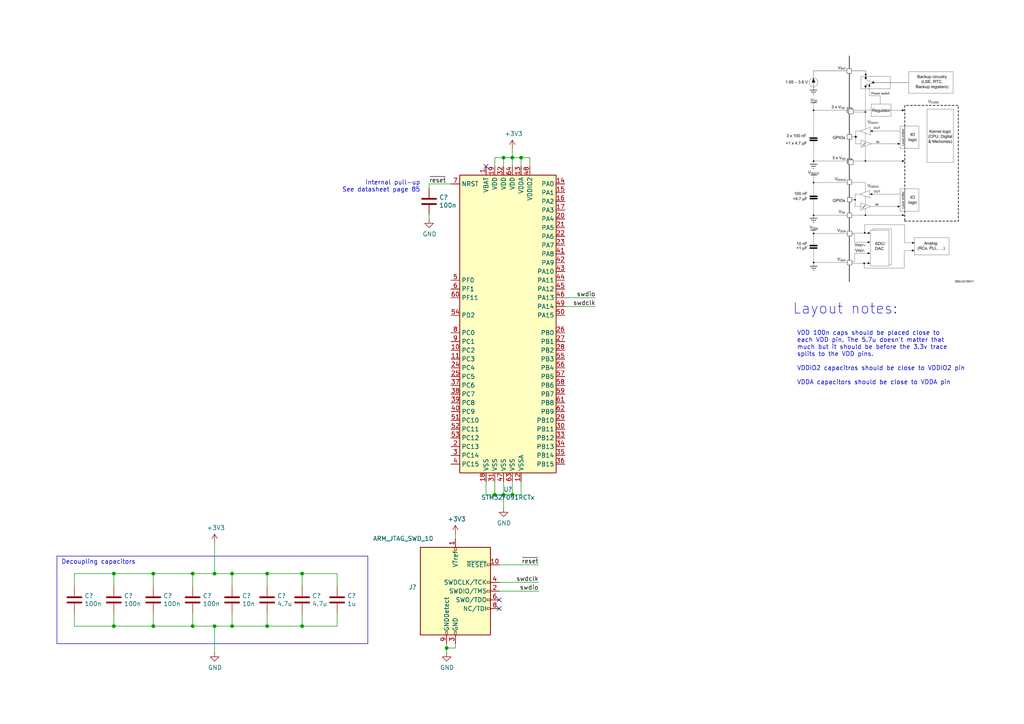
<source format=kicad_sch>
(kicad_sch (version 20230121) (generator eeschema)
  (paper "A4")
  (lib_symbols
    (symbol "Device:C" (pin_numbers hide) (pin_names (offset 0.254))
      (property "Reference" "C" (at 0.635 2.54 0))
      (property "Value" "C" (at 0.635 -2.54 0))
      (symbol "C_0_1"
        (polyline (pts (xy -2.032 -0.762) (xy 2.032 -0.762)) (stroke (width 0.508)))
        (polyline (pts (xy -2.032 0.762) (xy 2.032 0.762)) (stroke (width 0.508)))
      )
      (symbol "C_1_1"
        (pin passive line (at 0 3.81 270) (length 2.794) (name "~") (number "1"))
        (pin passive line (at 0 -3.81 90) (length 2.794) (name "~") (number "2"))
      )
    )
    (symbol "KTHFS:ARM_JTAG_SWD_10" (pin_names (offset 1.016))
      (property "Reference" "J" (at 0 0 0))
      (property "Value" "ARM_JTAG_SWD_10" (at 0 0 0))
      (symbol "ARM_JTAG_SWD_10_1_1"
        (rectangle (start -10.16 13.97) (end 10.16 -11.43) (stroke (width 0.254)) (fill (type background)))
        (rectangle (start -2.794 -11.43) (end -2.286 -10.414))
        (rectangle (start -0.254 -11.43) (end 0.254 -10.414))
        (rectangle (start -0.254 13.97) (end 0.254 12.954))
        (rectangle (start 9.144 -4.064) (end 10.16 -3.556))
        (rectangle (start 9.144 3.556) (end 10.16 4.064))
        (rectangle (start 10.16 -1.524) (end 9.144 -1.016))
        (rectangle (start 10.16 1.016) (end 9.144 1.524))
        (rectangle (start 10.16 9.144) (end 9.144 8.636))
        (pin power_in line (at 0 16.51 270) (length 2.54) (name "VTref") (number "1"))
        (pin open_collector line (at 12.7 8.89 180) (length 2.54) (name "~{RESET}") (number "10"))
        (pin bidirectional line (at 12.7 1.27 180) (length 2.54) (name "SWDIO/TMS") (number "2"))
        (pin power_in line (at 0 -13.97 90) (length 2.54) (name "GND") (number "3"))
        (pin output line (at 12.7 3.81 180) (length 2.54) (name "SWDCLK/TCK") (number "4"))
        (pin passive line (at 0 -13.97 90) (length 2.54) hide (name "GND") (number "5"))
        (pin input line (at 12.7 -1.27 180) (length 2.54) (name "SWO/TDO") (number "6"))
        (pin no_connect line (at -10.16 1.27 0) (length 2.54) hide (name "KEY") (number "7"))
        (pin output line (at 12.7 -3.81 180) (length 2.54) (name "NC/TDI") (number "8"))
        (pin passive line (at -2.54 -13.97 90) (length 2.54) (name "GNDDetect") (number "9"))
      )
    )
    (symbol "blocks-rescue:+3.3V-power" (power) (pin_names (offset 0))
      (property "Value" "+3.3V-power" (at 0 3.556 0))
      (symbol "+3.3V-power_0_1"
        (polyline (pts (xy -0.762 1.27) (xy 0 2.54)))
        (polyline (pts (xy 0 0) (xy 0 2.54)))
        (polyline (pts (xy 0 2.54) (xy 0.762 1.27)))
      )
      (symbol "+3.3V-power_1_1"
        (pin power_in line (at 0 0 90) (length 0) hide (name "+3V3") (number "1"))
      )
    )
    (symbol "blocks-rescue:STM32F091RCTx-MCU_ST_STM32F0"
      (property "Reference" "U" (at -15.24 44.45 0))
      (property "Value" "MCU_ST_STM32F0_STM32F091RCTx" (at 7.62 44.45 0))
      (symbol "STM32F091RCTx-MCU_ST_STM32F0_0_1"
        (rectangle (start -15.24 -43.18) (end 12.7 43.18) (stroke (width 0.254)) (fill (type background)))
      )
      (symbol "STM32F091RCTx-MCU_ST_STM32F0_1_1"
        (pin power_in line (at -7.62 45.72 270) (length 2.54) (name "VBAT") (number "1"))
        (pin bidirectional line (at -17.78 -7.62 0) (length 2.54) (name "PC2") (number "10"))
        (pin bidirectional line (at -17.78 -10.16 0) (length 2.54) (name "PC3") (number "11"))
        (pin power_in line (at 2.54 -45.72 90) (length 2.54) (name "VSSA") (number "12"))
        (pin power_in line (at 2.54 45.72 270) (length 2.54) (name "VDDA") (number "13"))
        (pin bidirectional line (at 15.24 40.64 180) (length 2.54) (name "PA0") (number "14"))
        (pin bidirectional line (at 15.24 38.1 180) (length 2.54) (name "PA1") (number "15"))
        (pin bidirectional line (at 15.24 35.56 180) (length 2.54) (name "PA2") (number "16"))
        (pin bidirectional line (at 15.24 33.02 180) (length 2.54) (name "PA3") (number "17"))
        (pin power_in line (at -7.62 -45.72 90) (length 2.54) (name "VSS") (number "18"))
        (pin power_in line (at -5.08 45.72 270) (length 2.54) (name "VDD") (number "19"))
        (pin bidirectional line (at -17.78 -35.56 0) (length 2.54) (name "PC13") (number "2"))
        (pin bidirectional line (at 15.24 30.48 180) (length 2.54) (name "PA4") (number "20"))
        (pin bidirectional line (at 15.24 27.94 180) (length 2.54) (name "PA5") (number "21"))
        (pin bidirectional line (at 15.24 25.4 180) (length 2.54) (name "PA6") (number "22"))
        (pin bidirectional line (at 15.24 22.86 180) (length 2.54) (name "PA7") (number "23"))
        (pin bidirectional line (at -17.78 -12.7 0) (length 2.54) (name "PC4") (number "24"))
        (pin bidirectional line (at -17.78 -15.24 0) (length 2.54) (name "PC5") (number "25"))
        (pin bidirectional line (at 15.24 -2.54 180) (length 2.54) (name "PB0") (number "26"))
        (pin bidirectional line (at 15.24 -5.08 180) (length 2.54) (name "PB1") (number "27"))
        (pin bidirectional line (at 15.24 -7.62 180) (length 2.54) (name "PB2") (number "28"))
        (pin bidirectional line (at 15.24 -27.94 180) (length 2.54) (name "PB10") (number "29"))
        (pin bidirectional line (at -17.78 -38.1 0) (length 2.54) (name "PC14") (number "3"))
        (pin bidirectional line (at 15.24 -30.48 180) (length 2.54) (name "PB11") (number "30"))
        (pin power_in line (at -5.08 -45.72 90) (length 2.54) (name "VSS") (number "31"))
        (pin power_in line (at -2.54 45.72 270) (length 2.54) (name "VDD") (number "32"))
        (pin bidirectional line (at 15.24 -33.02 180) (length 2.54) (name "PB12") (number "33"))
        (pin bidirectional line (at 15.24 -35.56 180) (length 2.54) (name "PB13") (number "34"))
        (pin bidirectional line (at 15.24 -38.1 180) (length 2.54) (name "PB14") (number "35"))
        (pin bidirectional line (at 15.24 -40.64 180) (length 2.54) (name "PB15") (number "36"))
        (pin bidirectional line (at -17.78 -17.78 0) (length 2.54) (name "PC6") (number "37"))
        (pin bidirectional line (at -17.78 -20.32 0) (length 2.54) (name "PC7") (number "38"))
        (pin bidirectional line (at -17.78 -22.86 0) (length 2.54) (name "PC8") (number "39"))
        (pin bidirectional line (at -17.78 -40.64 0) (length 2.54) (name "PC15") (number "4"))
        (pin bidirectional line (at -17.78 -25.4 0) (length 2.54) (name "PC9") (number "40"))
        (pin bidirectional line (at 15.24 20.32 180) (length 2.54) (name "PA8") (number "41"))
        (pin bidirectional line (at 15.24 17.78 180) (length 2.54) (name "PA9") (number "42"))
        (pin bidirectional line (at 15.24 15.24 180) (length 2.54) (name "PA10") (number "43"))
        (pin bidirectional line (at 15.24 12.7 180) (length 2.54) (name "PA11") (number "44"))
        (pin bidirectional line (at 15.24 10.16 180) (length 2.54) (name "PA12") (number "45"))
        (pin bidirectional line (at 15.24 7.62 180) (length 2.54) (name "PA13") (number "46"))
        (pin power_in line (at -2.54 -45.72 90) (length 2.54) (name "VSS") (number "47"))
        (pin power_in line (at 5.08 45.72 270) (length 2.54) (name "VDDIO2") (number "48"))
        (pin bidirectional line (at 15.24 5.08 180) (length 2.54) (name "PA14") (number "49"))
        (pin input line (at -17.78 12.7 0) (length 2.54) (name "PF0") (number "5"))
        (pin bidirectional line (at 15.24 2.54 180) (length 2.54) (name "PA15") (number "50"))
        (pin bidirectional line (at -17.78 -27.94 0) (length 2.54) (name "PC10") (number "51"))
        (pin bidirectional line (at -17.78 -30.48 0) (length 2.54) (name "PC11") (number "52"))
        (pin bidirectional line (at -17.78 -33.02 0) (length 2.54) (name "PC12") (number "53"))
        (pin bidirectional line (at -17.78 2.54 0) (length 2.54) (name "PD2") (number "54"))
        (pin bidirectional line (at 15.24 -10.16 180) (length 2.54) (name "PB3") (number "55"))
        (pin bidirectional line (at 15.24 -12.7 180) (length 2.54) (name "PB4") (number "56"))
        (pin bidirectional line (at 15.24 -15.24 180) (length 2.54) (name "PB5") (number "57"))
        (pin bidirectional line (at 15.24 -17.78 180) (length 2.54) (name "PB6") (number "58"))
        (pin bidirectional line (at 15.24 -20.32 180) (length 2.54) (name "PB7") (number "59"))
        (pin input line (at -17.78 10.16 0) (length 2.54) (name "PF1") (number "6"))
        (pin bidirectional line (at -17.78 7.62 0) (length 2.54) (name "PF11") (number "60"))
        (pin bidirectional line (at 15.24 -22.86 180) (length 2.54) (name "PB8") (number "61"))
        (pin bidirectional line (at 15.24 -25.4 180) (length 2.54) (name "PB9") (number "62"))
        (pin power_in line (at 0 -45.72 90) (length 2.54) (name "VSS") (number "63"))
        (pin power_in line (at 0 45.72 270) (length 2.54) (name "VDD") (number "64"))
        (pin input line (at -17.78 40.64 0) (length 2.54) (name "NRST") (number "7"))
        (pin bidirectional line (at -17.78 -2.54 0) (length 2.54) (name "PC0") (number "8"))
        (pin bidirectional line (at -17.78 -5.08 0) (length 2.54) (name "PC1") (number "9"))
      )
    )
    (symbol "power:GND" (power) (pin_names (offset 0))
      (property "Value" "GND" (at 0 -3.81 0))
      (symbol "GND_0_1"
        (polyline (pts (xy 0 0) (xy 0 -1.27) (xy 1.27 -1.27) (xy 0 -2.54) (xy -1.27 -1.27) (xy 0 -1.27)))
      )
      (symbol "GND_1_1"
        (pin power_in line (at 0 0 270) (length 0) hide (name "GND") (number "1"))
      )
    )
  )
  (junction (at 151.13 45.72))
  (junction (at 62.23 181.61))
  (junction (at 55.88 166.37))
  (junction (at 44.45 166.37))
  (junction (at 143.51 143.51))
  (junction (at 148.59 143.51))
  (junction (at 77.47 181.61))
  (junction (at 77.47 166.37))
  (junction (at 44.45 181.61))
  (junction (at 129.54 187.96))
  (junction (at 87.63 181.61))
  (junction (at 146.05 143.51))
  (junction (at 62.23 166.37))
  (junction (at 33.02 181.61))
  (junction (at 87.63 166.37))
  (junction (at 67.31 166.37))
  (junction (at 146.05 45.72))
  (junction (at 67.31 181.61))
  (junction (at 148.59 45.72))
  (junction (at 33.02 166.37))
  (junction (at 55.88 181.61))
  (no_connect (at 140.97 48.26))
  (no_connect (at 144.78 173.99))
  (no_connect (at 144.78 176.53))
  (wire (pts (xy 146.05 48.26) (xy 146.05 45.72)))
  (wire (pts (xy 67.31 181.61) (xy 77.47 181.61)))
  (wire (pts (xy 144.78 163.83) (xy 156.21 163.83)))
  (wire (pts (xy 55.88 170.18) (xy 55.88 166.37)))
  (wire (pts (xy 33.02 181.61) (xy 44.45 181.61)))
  (polyline (pts (xy 16.51 161.29) (xy 106.68 161.29)))
  (wire (pts (xy 77.47 170.18) (xy 77.47 166.37)))
  (wire (pts (xy 148.59 43.18) (xy 148.59 45.72)))
  (wire (pts (xy 97.79 181.61) (xy 97.79 177.8)))
  (wire (pts (xy 97.79 166.37) (xy 97.79 170.18)))
  (wire (pts (xy 140.97 143.51) (xy 143.51 143.51)))
  (wire (pts (xy 67.31 166.37) (xy 67.31 170.18)))
  (wire (pts (xy 143.51 45.72) (xy 146.05 45.72)))
  (wire (pts (xy 55.88 181.61) (xy 62.23 181.61)))
  (wire (pts (xy 143.51 143.51) (xy 146.05 143.51)))
  (wire (pts (xy 44.45 177.8) (xy 44.45 181.61)))
  (wire (pts (xy 87.63 181.61) (xy 97.79 181.61)))
  (wire (pts (xy 144.78 168.91) (xy 156.21 168.91)))
  (wire (pts (xy 146.05 147.32) (xy 146.05 143.51)))
  (wire (pts (xy 21.59 181.61) (xy 33.02 181.61)))
  (wire (pts (xy 44.45 170.18) (xy 44.45 166.37)))
  (wire (pts (xy 55.88 177.8) (xy 55.88 181.61)))
  (wire (pts (xy 21.59 170.18) (xy 21.59 166.37)))
  (wire (pts (xy 146.05 143.51) (xy 146.05 139.7)))
  (wire (pts (xy 33.02 170.18) (xy 33.02 166.37)))
  (wire (pts (xy 124.46 53.34) (xy 124.46 54.61)))
  (wire (pts (xy 21.59 166.37) (xy 33.02 166.37)))
  (wire (pts (xy 62.23 157.48) (xy 62.23 166.37)))
  (polyline (pts (xy 106.68 186.69) (xy 16.51 186.69)))
  (wire (pts (xy 33.02 177.8) (xy 33.02 181.61)))
  (wire (pts (xy 129.54 187.96) (xy 129.54 186.69)))
  (wire (pts (xy 172.72 88.9) (xy 163.83 88.9)))
  (wire (pts (xy 67.31 166.37) (xy 77.47 166.37)))
  (wire (pts (xy 77.47 177.8) (xy 77.47 181.61)))
  (wire (pts (xy 151.13 48.26) (xy 151.13 45.72)))
  (wire (pts (xy 62.23 181.61) (xy 67.31 181.61)))
  (polyline (pts (xy 16.51 186.69) (xy 16.51 161.29)))
  (wire (pts (xy 55.88 166.37) (xy 62.23 166.37)))
  (wire (pts (xy 129.54 189.23) (xy 129.54 187.96)))
  (wire (pts (xy 132.08 156.21) (xy 132.08 154.94)))
  (wire (pts (xy 33.02 166.37) (xy 44.45 166.37)))
  (polyline (pts (xy 106.68 161.29) (xy 106.68 186.69)))
  (wire (pts (xy 151.13 45.72) (xy 153.67 45.72)))
  (wire (pts (xy 163.83 86.36) (xy 172.72 86.36)))
  (wire (pts (xy 129.54 187.96) (xy 132.08 187.96)))
  (wire (pts (xy 87.63 166.37) (xy 97.79 166.37)))
  (wire (pts (xy 146.05 45.72) (xy 148.59 45.72)))
  (wire (pts (xy 148.59 143.51) (xy 151.13 143.51)))
  (wire (pts (xy 77.47 166.37) (xy 87.63 166.37)))
  (wire (pts (xy 148.59 45.72) (xy 148.59 48.26)))
  (wire (pts (xy 146.05 143.51) (xy 148.59 143.51)))
  (wire (pts (xy 21.59 177.8) (xy 21.59 181.61)))
  (wire (pts (xy 62.23 189.23) (xy 62.23 181.61)))
  (wire (pts (xy 44.45 181.61) (xy 55.88 181.61)))
  (wire (pts (xy 130.81 53.34) (xy 124.46 53.34)))
  (wire (pts (xy 148.59 139.7) (xy 148.59 143.51)))
  (wire (pts (xy 67.31 177.8) (xy 67.31 181.61)))
  (wire (pts (xy 153.67 45.72) (xy 153.67 48.26)))
  (wire (pts (xy 77.47 181.61) (xy 87.63 181.61)))
  (wire (pts (xy 62.23 166.37) (xy 67.31 166.37)))
  (wire (pts (xy 143.51 48.26) (xy 143.51 45.72)))
  (wire (pts (xy 143.51 139.7) (xy 143.51 143.51)))
  (wire (pts (xy 124.46 63.5) (xy 124.46 62.23)))
  (wire (pts (xy 151.13 143.51) (xy 151.13 139.7)))
  (wire (pts (xy 87.63 170.18) (xy 87.63 166.37)))
  (wire (pts (xy 140.97 139.7) (xy 140.97 143.51)))
  (wire (pts (xy 87.63 177.8) (xy 87.63 181.61)))
  (wire (pts (xy 144.78 171.45) (xy 156.21 171.45)))
  (wire (pts (xy 148.59 45.72) (xy 151.13 45.72)))
  (wire (pts (xy 44.45 166.37) (xy 55.88 166.37)))
  (wire (pts (xy 132.08 187.96) (xy 132.08 186.69)))
  (image (at 254 49.53) (scale 0.7))
  (text "Layout notes:" (at 229.87 91.44 0) (effects (font (size 2.9972 2.9972)) (justify left bottom)))
  (text "VDD 100n caps should be placed close to\neach VDD pin. The 5.7u doesn't matter that\nmuch but it should be before the 3.3v trace\nsplits to the VDD pins.\n\nVDDIO2 capacitros should be close to VDDIO2 pin\n\nVDDA capacitors should be close to VDDA pin" (at 231.14 111.76 0) (effects (font (size 1.27 1.27)) (justify left bottom)))
  (text "Internal pull-up\nSee datasheet page 85" (at 121.92 55.88 0) (effects (font (size 1.27 1.27)) (justify right bottom)))
  (text "Decoupling capacitors" (at 17.78 163.83 0) (effects (font (size 1.27 1.27)) (justify left bottom)))
  (label "swdio" (at 156.21 171.45 180))
  (label "~{reset}" (at 156.21 163.83 180))
  (label "swdio" (at 172.72 86.36 180))
  (label "swdclk" (at 172.72 88.9 180))
  (label "~{reset}" (at 124.46 53.34 0))
  (label "swdclk" (at 156.21 168.91 180))
  (symbol (lib_id "blocks-rescue:STM32F091RCTx-MCU_ST_STM32F0") (at 148.59 93.98 0) (unit 1)
    (property "Reference" "U?" (at 147.32 141.9606 0))
    (property "Value" "STM32F091RCTx" (at 147.32 144.272 0))
    (property "Footprint" "Package_QFP:LQFP-64_10x10mm_P0.5mm" (effects hide))
    (property "Datasheet" "http://www.st.com/st-web-ui/static/active/en/resource/technical/document/datasheet/DM00115237.pdf" (effects hide))
  )
  (symbol (lib_id "blocks-rescue:+3.3V-power") (at 148.59 43.18 0) (unit 1)
    (property "Reference" "#PWR?" (effects hide))
    (property "Value" "+3.3V" (at 148.971 38.7858 0))
  )
  (symbol (lib_id "power:GND") (at 146.05 147.32 0) (unit 1)
    (property "Reference" "#PWR?" (effects hide))
    (property "Value" "GND" (at 146.177 151.7142 0))
  )
  (symbol (lib_id "Device:C") (at 124.46 58.42 0) (unit 1)
    (property "Reference" "C?" (at 127.381 57.2516 0) (effects (justify left)))
    (property "Value" "100n" (at 127.381 59.563 0) (effects (justify left)))
    (property "Footprint" "Capacitor_SMD:C_0603_1608Metric" (effects hide))
  )
  (symbol (lib_id "power:GND") (at 124.46 63.5 0) (unit 1)
    (property "Reference" "#PWR?" (effects hide))
    (property "Value" "GND" (at 124.587 67.8942 0))
  )
  (symbol (lib_id "Device:C") (at 21.59 173.99 0) (unit 1)
    (property "Reference" "C?" (at 24.511 172.8216 0) (effects (justify left)))
    (property "Value" "100n" (at 24.511 175.133 0) (effects (justify left)))
    (property "Footprint" "Capacitor_SMD:C_0603_1608Metric" (effects hide))
  )
  (symbol (lib_id "Device:C") (at 33.02 173.99 0) (unit 1)
    (property "Reference" "C?" (at 35.941 172.8216 0) (effects (justify left)))
    (property "Value" "100n" (at 35.941 175.133 0) (effects (justify left)))
    (property "Footprint" "Capacitor_SMD:C_0603_1608Metric" (effects hide))
  )
  (symbol (lib_id "Device:C") (at 44.45 173.99 0) (unit 1)
    (property "Reference" "C?" (at 47.371 172.8216 0) (effects (justify left)))
    (property "Value" "100n" (at 47.371 175.133 0) (effects (justify left)))
    (property "Footprint" "Capacitor_SMD:C_0603_1608Metric" (effects hide))
  )
  (symbol (lib_id "Device:C") (at 55.88 173.99 0) (unit 1)
    (property "Reference" "C?" (at 58.801 172.8216 0) (effects (justify left)))
    (property "Value" "100n" (at 58.801 175.133 0) (effects (justify left)))
    (property "Footprint" "Capacitor_SMD:C_0603_1608Metric" (effects hide))
  )
  (symbol (lib_id "Device:C") (at 67.31 173.99 0) (unit 1)
    (property "Reference" "C?" (at 70.231 172.8216 0) (effects (justify left)))
    (property "Value" "10n" (at 70.231 175.133 0) (effects (justify left)))
    (property "Footprint" "Capacitor_SMD:C_0603_1608Metric" (effects hide))
  )
  (symbol (lib_id "Device:C") (at 77.47 173.99 0) (unit 1)
    (property "Reference" "C?" (at 80.391 172.8216 0) (effects (justify left)))
    (property "Value" "4.7u" (at 80.391 175.133 0) (effects (justify left)))
    (property "Footprint" "Capacitor_SMD:C_0805_2012Metric" (effects hide))
  )
  (symbol (lib_id "Device:C") (at 87.63 173.99 0) (unit 1)
    (property "Reference" "C?" (at 90.551 172.8216 0) (effects (justify left)))
    (property "Value" "4.7u" (at 90.551 175.133 0) (effects (justify left)))
    (property "Footprint" "Capacitor_SMD:C_0805_2012Metric" (effects hide))
  )
  (symbol (lib_id "Device:C") (at 97.79 173.99 0) (unit 1)
    (property "Reference" "C?" (at 100.711 172.8216 0) (effects (justify left)))
    (property "Value" "1u" (at 100.711 175.133 0) (effects (justify left)))
    (property "Footprint" "Capacitor_SMD:C_0805_2012Metric" (effects hide))
  )
  (symbol (lib_id "power:GND") (at 62.23 189.23 0) (unit 1)
    (property "Reference" "#PWR?" (effects hide))
    (property "Value" "GND" (at 62.357 193.6242 0))
  )
  (symbol (lib_id "blocks-rescue:+3.3V-power") (at 62.23 157.48 0) (unit 1)
    (property "Reference" "#PWR?" (effects hide))
    (property "Value" "+3.3V" (at 62.611 153.0858 0))
  )
  (symbol (lib_id "KTHFS:ARM_JTAG_SWD_10") (at 132.08 172.72 0) (unit 1)
    (property "Reference" "J?" (at 120.8278 170.2816 0) (effects (justify right)))
    (property "Value" "ARM_JTAG_SWD_10" (at 125.73 156.21 0) (effects (justify right)))
  )
  (symbol (lib_id "power:GND") (at 129.54 189.23 0) (unit 1)
    (property "Reference" "#PWR?" (effects hide))
    (property "Value" "GND" (at 129.667 193.6242 0))
  )
  (symbol (lib_id "blocks-rescue:+3.3V-power") (at 132.08 154.94 0) (unit 1)
    (property "Reference" "#PWR?" (effects hide))
    (property "Value" "+3.3V" (at 132.461 150.5458 0))
  )
)
</source>
